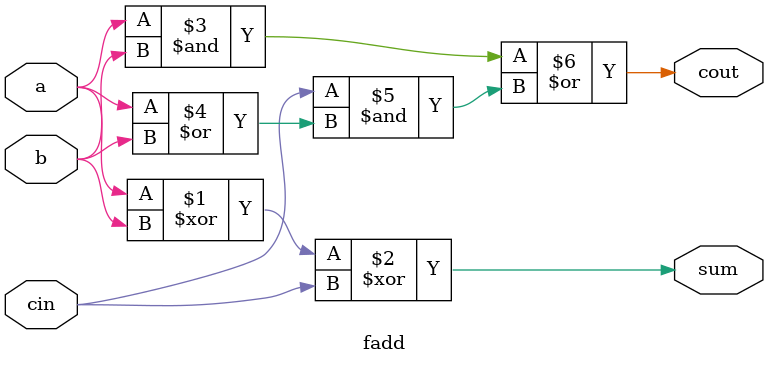
<source format=v>
module top_module( 
    input [2:0] a, b,
    input cin,
    output [2:0] cout,
    output [2:0] sum );

    fadd fadd_u1(
        .a(a[0]),
        .b(b[0]),
        .cin(cin),
        .sum(sum[0]),
        .cout(cout[0])
    );

    fadd fadd_u2(
        .a(a[1]),
        .b(b[1]),
        .cin(cout[0]),
        .sum(sum[1]),
        .cout(cout[1])
    );

    fadd fadd_u3(
        .a(a[2]),
        .b(b[2]),
        .cin(cout[1]),
        .sum(sum[2]),
        .cout(cout[2])
    );

endmodule

module fadd( 
    input a, b, cin,
    output cout, sum );

    assign sum = a ^ b ^ cin;
    assign cout= (a & b) | (cin & (a | b));

endmodule
</source>
